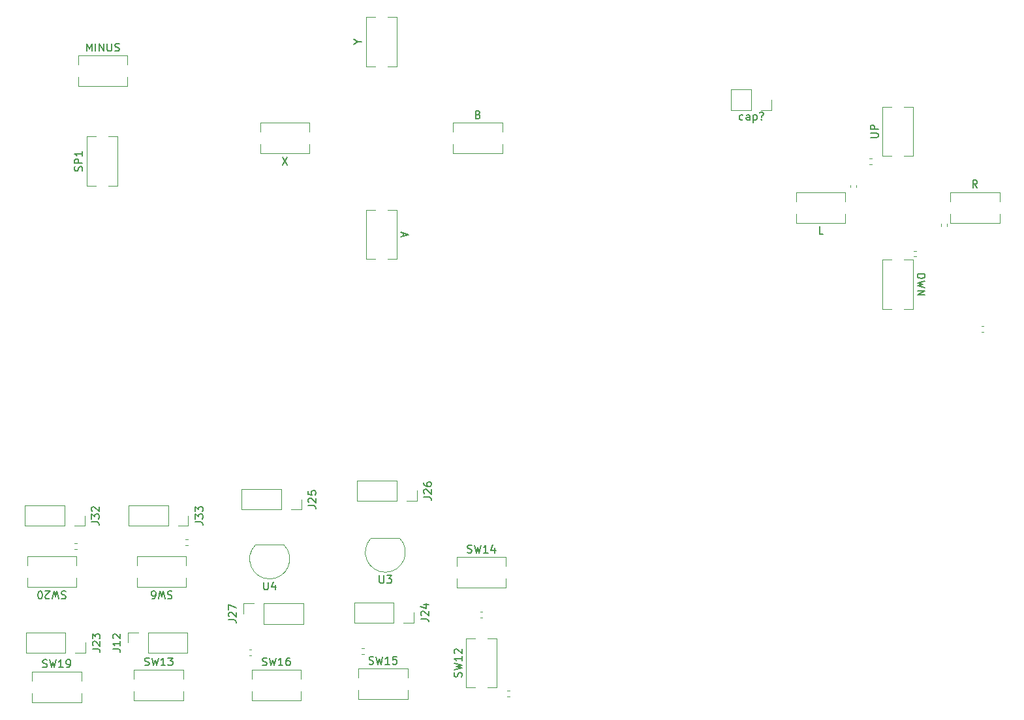
<source format=gbr>
%TF.GenerationSoftware,KiCad,Pcbnew,9.0.4*%
%TF.CreationDate,2026-01-28T15:51:58-05:00*%
%TF.ProjectId,contProto,636f6e74-5072-46f7-946f-2e6b69636164,rev?*%
%TF.SameCoordinates,Original*%
%TF.FileFunction,Legend,Top*%
%TF.FilePolarity,Positive*%
%FSLAX46Y46*%
G04 Gerber Fmt 4.6, Leading zero omitted, Abs format (unit mm)*
G04 Created by KiCad (PCBNEW 9.0.4) date 2026-01-28 15:51:58*
%MOMM*%
%LPD*%
G01*
G04 APERTURE LIST*
%ADD10C,0.150000*%
%ADD11C,0.120000*%
G04 APERTURE END LIST*
D10*
X116418331Y-41349808D02*
X116323093Y-41397427D01*
X116323093Y-41397427D02*
X116132617Y-41397427D01*
X116132617Y-41397427D02*
X116037379Y-41349808D01*
X116037379Y-41349808D02*
X115989760Y-41302188D01*
X115989760Y-41302188D02*
X115942141Y-41206950D01*
X115942141Y-41206950D02*
X115942141Y-40921236D01*
X115942141Y-40921236D02*
X115989760Y-40825998D01*
X115989760Y-40825998D02*
X116037379Y-40778379D01*
X116037379Y-40778379D02*
X116132617Y-40730760D01*
X116132617Y-40730760D02*
X116323093Y-40730760D01*
X116323093Y-40730760D02*
X116418331Y-40778379D01*
X117275474Y-41397427D02*
X117275474Y-40873617D01*
X117275474Y-40873617D02*
X117227855Y-40778379D01*
X117227855Y-40778379D02*
X117132617Y-40730760D01*
X117132617Y-40730760D02*
X116942141Y-40730760D01*
X116942141Y-40730760D02*
X116846903Y-40778379D01*
X117275474Y-41349808D02*
X117180236Y-41397427D01*
X117180236Y-41397427D02*
X116942141Y-41397427D01*
X116942141Y-41397427D02*
X116846903Y-41349808D01*
X116846903Y-41349808D02*
X116799284Y-41254569D01*
X116799284Y-41254569D02*
X116799284Y-41159331D01*
X116799284Y-41159331D02*
X116846903Y-41064093D01*
X116846903Y-41064093D02*
X116942141Y-41016474D01*
X116942141Y-41016474D02*
X117180236Y-41016474D01*
X117180236Y-41016474D02*
X117275474Y-40968855D01*
X117751665Y-40730760D02*
X117751665Y-41730760D01*
X117751665Y-40778379D02*
X117846903Y-40730760D01*
X117846903Y-40730760D02*
X118037379Y-40730760D01*
X118037379Y-40730760D02*
X118132617Y-40778379D01*
X118132617Y-40778379D02*
X118180236Y-40825998D01*
X118180236Y-40825998D02*
X118227855Y-40921236D01*
X118227855Y-40921236D02*
X118227855Y-41206950D01*
X118227855Y-41206950D02*
X118180236Y-41302188D01*
X118180236Y-41302188D02*
X118132617Y-41349808D01*
X118132617Y-41349808D02*
X118037379Y-41397427D01*
X118037379Y-41397427D02*
X117846903Y-41397427D01*
X117846903Y-41397427D02*
X117751665Y-41349808D01*
X118799284Y-41302188D02*
X118846903Y-41349808D01*
X118846903Y-41349808D02*
X118799284Y-41397427D01*
X118799284Y-41397427D02*
X118751665Y-41349808D01*
X118751665Y-41349808D02*
X118799284Y-41302188D01*
X118799284Y-41302188D02*
X118799284Y-41397427D01*
X118608808Y-40445046D02*
X118704046Y-40397427D01*
X118704046Y-40397427D02*
X118942141Y-40397427D01*
X118942141Y-40397427D02*
X119037379Y-40445046D01*
X119037379Y-40445046D02*
X119084998Y-40540284D01*
X119084998Y-40540284D02*
X119084998Y-40635522D01*
X119084998Y-40635522D02*
X119037379Y-40730760D01*
X119037379Y-40730760D02*
X118989760Y-40778379D01*
X118989760Y-40778379D02*
X118894522Y-40825998D01*
X118894522Y-40825998D02*
X118846903Y-40873617D01*
X118846903Y-40873617D02*
X118799284Y-40968855D01*
X118799284Y-40968855D02*
X118799284Y-41016474D01*
X146809523Y-50204819D02*
X146476190Y-49728628D01*
X146238095Y-50204819D02*
X146238095Y-49204819D01*
X146238095Y-49204819D02*
X146619047Y-49204819D01*
X146619047Y-49204819D02*
X146714285Y-49252438D01*
X146714285Y-49252438D02*
X146761904Y-49300057D01*
X146761904Y-49300057D02*
X146809523Y-49395295D01*
X146809523Y-49395295D02*
X146809523Y-49538152D01*
X146809523Y-49538152D02*
X146761904Y-49633390D01*
X146761904Y-49633390D02*
X146714285Y-49681009D01*
X146714285Y-49681009D02*
X146619047Y-49728628D01*
X146619047Y-49728628D02*
X146238095Y-49728628D01*
X132954819Y-43660713D02*
X133764342Y-43660713D01*
X133764342Y-43660713D02*
X133859580Y-43613094D01*
X133859580Y-43613094D02*
X133907200Y-43565475D01*
X133907200Y-43565475D02*
X133954819Y-43470237D01*
X133954819Y-43470237D02*
X133954819Y-43279761D01*
X133954819Y-43279761D02*
X133907200Y-43184523D01*
X133907200Y-43184523D02*
X133859580Y-43136904D01*
X133859580Y-43136904D02*
X133764342Y-43089285D01*
X133764342Y-43089285D02*
X132954819Y-43089285D01*
X133954819Y-42613094D02*
X132954819Y-42613094D01*
X132954819Y-42613094D02*
X132954819Y-42232142D01*
X132954819Y-42232142D02*
X133002438Y-42136904D01*
X133002438Y-42136904D02*
X133050057Y-42089285D01*
X133050057Y-42089285D02*
X133145295Y-42041666D01*
X133145295Y-42041666D02*
X133288152Y-42041666D01*
X133288152Y-42041666D02*
X133383390Y-42089285D01*
X133383390Y-42089285D02*
X133431009Y-42136904D01*
X133431009Y-42136904D02*
X133478628Y-42232142D01*
X133478628Y-42232142D02*
X133478628Y-42613094D01*
X139045180Y-61392857D02*
X140045180Y-61392857D01*
X140045180Y-61392857D02*
X140045180Y-61630952D01*
X140045180Y-61630952D02*
X139997561Y-61773809D01*
X139997561Y-61773809D02*
X139902323Y-61869047D01*
X139902323Y-61869047D02*
X139807085Y-61916666D01*
X139807085Y-61916666D02*
X139616609Y-61964285D01*
X139616609Y-61964285D02*
X139473752Y-61964285D01*
X139473752Y-61964285D02*
X139283276Y-61916666D01*
X139283276Y-61916666D02*
X139188038Y-61869047D01*
X139188038Y-61869047D02*
X139092800Y-61773809D01*
X139092800Y-61773809D02*
X139045180Y-61630952D01*
X139045180Y-61630952D02*
X139045180Y-61392857D01*
X140045180Y-62297619D02*
X139045180Y-62535714D01*
X139045180Y-62535714D02*
X139759466Y-62726190D01*
X139759466Y-62726190D02*
X139045180Y-62916666D01*
X139045180Y-62916666D02*
X140045180Y-63154762D01*
X139045180Y-63535714D02*
X140045180Y-63535714D01*
X140045180Y-63535714D02*
X139045180Y-64107142D01*
X139045180Y-64107142D02*
X140045180Y-64107142D01*
X126809523Y-56204819D02*
X126333333Y-56204819D01*
X126333333Y-56204819D02*
X126333333Y-55204819D01*
X31889819Y-93559523D02*
X32604104Y-93559523D01*
X32604104Y-93559523D02*
X32746961Y-93607142D01*
X32746961Y-93607142D02*
X32842200Y-93702380D01*
X32842200Y-93702380D02*
X32889819Y-93845237D01*
X32889819Y-93845237D02*
X32889819Y-93940475D01*
X31889819Y-93178570D02*
X31889819Y-92559523D01*
X31889819Y-92559523D02*
X32270771Y-92892856D01*
X32270771Y-92892856D02*
X32270771Y-92749999D01*
X32270771Y-92749999D02*
X32318390Y-92654761D01*
X32318390Y-92654761D02*
X32366009Y-92607142D01*
X32366009Y-92607142D02*
X32461247Y-92559523D01*
X32461247Y-92559523D02*
X32699342Y-92559523D01*
X32699342Y-92559523D02*
X32794580Y-92607142D01*
X32794580Y-92607142D02*
X32842200Y-92654761D01*
X32842200Y-92654761D02*
X32889819Y-92749999D01*
X32889819Y-92749999D02*
X32889819Y-93035713D01*
X32889819Y-93035713D02*
X32842200Y-93130951D01*
X32842200Y-93130951D02*
X32794580Y-93178570D01*
X31985057Y-92178570D02*
X31937438Y-92130951D01*
X31937438Y-92130951D02*
X31889819Y-92035713D01*
X31889819Y-92035713D02*
X31889819Y-91797618D01*
X31889819Y-91797618D02*
X31937438Y-91702380D01*
X31937438Y-91702380D02*
X31985057Y-91654761D01*
X31985057Y-91654761D02*
X32080295Y-91607142D01*
X32080295Y-91607142D02*
X32175533Y-91607142D01*
X32175533Y-91607142D02*
X32318390Y-91654761D01*
X32318390Y-91654761D02*
X32889819Y-92226189D01*
X32889819Y-92226189D02*
X32889819Y-91607142D01*
X72320895Y-56016905D02*
X72320895Y-56493095D01*
X72035180Y-55921667D02*
X73035180Y-56255000D01*
X73035180Y-56255000D02*
X72035180Y-56588333D01*
X74614819Y-106159523D02*
X75329104Y-106159523D01*
X75329104Y-106159523D02*
X75471961Y-106207142D01*
X75471961Y-106207142D02*
X75567200Y-106302380D01*
X75567200Y-106302380D02*
X75614819Y-106445237D01*
X75614819Y-106445237D02*
X75614819Y-106540475D01*
X74710057Y-105730951D02*
X74662438Y-105683332D01*
X74662438Y-105683332D02*
X74614819Y-105588094D01*
X74614819Y-105588094D02*
X74614819Y-105349999D01*
X74614819Y-105349999D02*
X74662438Y-105254761D01*
X74662438Y-105254761D02*
X74710057Y-105207142D01*
X74710057Y-105207142D02*
X74805295Y-105159523D01*
X74805295Y-105159523D02*
X74900533Y-105159523D01*
X74900533Y-105159523D02*
X75043390Y-105207142D01*
X75043390Y-105207142D02*
X75614819Y-105778570D01*
X75614819Y-105778570D02*
X75614819Y-105159523D01*
X74948152Y-104302380D02*
X75614819Y-104302380D01*
X74567200Y-104540475D02*
X75281485Y-104778570D01*
X75281485Y-104778570D02*
X75281485Y-104159523D01*
X66468628Y-31249999D02*
X66944819Y-31249999D01*
X65944819Y-31583332D02*
X66468628Y-31249999D01*
X66468628Y-31249999D02*
X65944819Y-30916666D01*
X69258095Y-100514819D02*
X69258095Y-101324342D01*
X69258095Y-101324342D02*
X69305714Y-101419580D01*
X69305714Y-101419580D02*
X69353333Y-101467200D01*
X69353333Y-101467200D02*
X69448571Y-101514819D01*
X69448571Y-101514819D02*
X69639047Y-101514819D01*
X69639047Y-101514819D02*
X69734285Y-101467200D01*
X69734285Y-101467200D02*
X69781904Y-101419580D01*
X69781904Y-101419580D02*
X69829523Y-101324342D01*
X69829523Y-101324342D02*
X69829523Y-100514819D01*
X70210476Y-100514819D02*
X70829523Y-100514819D01*
X70829523Y-100514819D02*
X70496190Y-100895771D01*
X70496190Y-100895771D02*
X70639047Y-100895771D01*
X70639047Y-100895771D02*
X70734285Y-100943390D01*
X70734285Y-100943390D02*
X70781904Y-100991009D01*
X70781904Y-100991009D02*
X70829523Y-101086247D01*
X70829523Y-101086247D02*
X70829523Y-101324342D01*
X70829523Y-101324342D02*
X70781904Y-101419580D01*
X70781904Y-101419580D02*
X70734285Y-101467200D01*
X70734285Y-101467200D02*
X70639047Y-101514819D01*
X70639047Y-101514819D02*
X70353333Y-101514819D01*
X70353333Y-101514819D02*
X70258095Y-101467200D01*
X70258095Y-101467200D02*
X70210476Y-101419580D01*
X82063928Y-40683509D02*
X82206785Y-40731128D01*
X82206785Y-40731128D02*
X82254404Y-40778747D01*
X82254404Y-40778747D02*
X82302023Y-40873985D01*
X82302023Y-40873985D02*
X82302023Y-41016842D01*
X82302023Y-41016842D02*
X82254404Y-41112080D01*
X82254404Y-41112080D02*
X82206785Y-41159700D01*
X82206785Y-41159700D02*
X82111547Y-41207319D01*
X82111547Y-41207319D02*
X81730595Y-41207319D01*
X81730595Y-41207319D02*
X81730595Y-40207319D01*
X81730595Y-40207319D02*
X82063928Y-40207319D01*
X82063928Y-40207319D02*
X82159166Y-40254938D01*
X82159166Y-40254938D02*
X82206785Y-40302557D01*
X82206785Y-40302557D02*
X82254404Y-40397795D01*
X82254404Y-40397795D02*
X82254404Y-40493033D01*
X82254404Y-40493033D02*
X82206785Y-40588271D01*
X82206785Y-40588271D02*
X82159166Y-40635890D01*
X82159166Y-40635890D02*
X82063928Y-40683509D01*
X82063928Y-40683509D02*
X81730595Y-40683509D01*
X25565476Y-112407200D02*
X25708333Y-112454819D01*
X25708333Y-112454819D02*
X25946428Y-112454819D01*
X25946428Y-112454819D02*
X26041666Y-112407200D01*
X26041666Y-112407200D02*
X26089285Y-112359580D01*
X26089285Y-112359580D02*
X26136904Y-112264342D01*
X26136904Y-112264342D02*
X26136904Y-112169104D01*
X26136904Y-112169104D02*
X26089285Y-112073866D01*
X26089285Y-112073866D02*
X26041666Y-112026247D01*
X26041666Y-112026247D02*
X25946428Y-111978628D01*
X25946428Y-111978628D02*
X25755952Y-111931009D01*
X25755952Y-111931009D02*
X25660714Y-111883390D01*
X25660714Y-111883390D02*
X25613095Y-111835771D01*
X25613095Y-111835771D02*
X25565476Y-111740533D01*
X25565476Y-111740533D02*
X25565476Y-111645295D01*
X25565476Y-111645295D02*
X25613095Y-111550057D01*
X25613095Y-111550057D02*
X25660714Y-111502438D01*
X25660714Y-111502438D02*
X25755952Y-111454819D01*
X25755952Y-111454819D02*
X25994047Y-111454819D01*
X25994047Y-111454819D02*
X26136904Y-111502438D01*
X26470238Y-111454819D02*
X26708333Y-112454819D01*
X26708333Y-112454819D02*
X26898809Y-111740533D01*
X26898809Y-111740533D02*
X27089285Y-112454819D01*
X27089285Y-112454819D02*
X27327381Y-111454819D01*
X28232142Y-112454819D02*
X27660714Y-112454819D01*
X27946428Y-112454819D02*
X27946428Y-111454819D01*
X27946428Y-111454819D02*
X27851190Y-111597676D01*
X27851190Y-111597676D02*
X27755952Y-111692914D01*
X27755952Y-111692914D02*
X27660714Y-111740533D01*
X28708333Y-112454819D02*
X28898809Y-112454819D01*
X28898809Y-112454819D02*
X28994047Y-112407200D01*
X28994047Y-112407200D02*
X29041666Y-112359580D01*
X29041666Y-112359580D02*
X29136904Y-112216723D01*
X29136904Y-112216723D02*
X29184523Y-112026247D01*
X29184523Y-112026247D02*
X29184523Y-111645295D01*
X29184523Y-111645295D02*
X29136904Y-111550057D01*
X29136904Y-111550057D02*
X29089285Y-111502438D01*
X29089285Y-111502438D02*
X28994047Y-111454819D01*
X28994047Y-111454819D02*
X28803571Y-111454819D01*
X28803571Y-111454819D02*
X28708333Y-111502438D01*
X28708333Y-111502438D02*
X28660714Y-111550057D01*
X28660714Y-111550057D02*
X28613095Y-111645295D01*
X28613095Y-111645295D02*
X28613095Y-111883390D01*
X28613095Y-111883390D02*
X28660714Y-111978628D01*
X28660714Y-111978628D02*
X28708333Y-112026247D01*
X28708333Y-112026247D02*
X28803571Y-112073866D01*
X28803571Y-112073866D02*
X28994047Y-112073866D01*
X28994047Y-112073866D02*
X29089285Y-112026247D01*
X29089285Y-112026247D02*
X29136904Y-111978628D01*
X29136904Y-111978628D02*
X29184523Y-111883390D01*
X49659819Y-106284523D02*
X50374104Y-106284523D01*
X50374104Y-106284523D02*
X50516961Y-106332142D01*
X50516961Y-106332142D02*
X50612200Y-106427380D01*
X50612200Y-106427380D02*
X50659819Y-106570237D01*
X50659819Y-106570237D02*
X50659819Y-106665475D01*
X49755057Y-105855951D02*
X49707438Y-105808332D01*
X49707438Y-105808332D02*
X49659819Y-105713094D01*
X49659819Y-105713094D02*
X49659819Y-105474999D01*
X49659819Y-105474999D02*
X49707438Y-105379761D01*
X49707438Y-105379761D02*
X49755057Y-105332142D01*
X49755057Y-105332142D02*
X49850295Y-105284523D01*
X49850295Y-105284523D02*
X49945533Y-105284523D01*
X49945533Y-105284523D02*
X50088390Y-105332142D01*
X50088390Y-105332142D02*
X50659819Y-105903570D01*
X50659819Y-105903570D02*
X50659819Y-105284523D01*
X49659819Y-104951189D02*
X49659819Y-104284523D01*
X49659819Y-104284523D02*
X50659819Y-104713094D01*
X79887200Y-113679523D02*
X79934819Y-113536666D01*
X79934819Y-113536666D02*
X79934819Y-113298571D01*
X79934819Y-113298571D02*
X79887200Y-113203333D01*
X79887200Y-113203333D02*
X79839580Y-113155714D01*
X79839580Y-113155714D02*
X79744342Y-113108095D01*
X79744342Y-113108095D02*
X79649104Y-113108095D01*
X79649104Y-113108095D02*
X79553866Y-113155714D01*
X79553866Y-113155714D02*
X79506247Y-113203333D01*
X79506247Y-113203333D02*
X79458628Y-113298571D01*
X79458628Y-113298571D02*
X79411009Y-113489047D01*
X79411009Y-113489047D02*
X79363390Y-113584285D01*
X79363390Y-113584285D02*
X79315771Y-113631904D01*
X79315771Y-113631904D02*
X79220533Y-113679523D01*
X79220533Y-113679523D02*
X79125295Y-113679523D01*
X79125295Y-113679523D02*
X79030057Y-113631904D01*
X79030057Y-113631904D02*
X78982438Y-113584285D01*
X78982438Y-113584285D02*
X78934819Y-113489047D01*
X78934819Y-113489047D02*
X78934819Y-113250952D01*
X78934819Y-113250952D02*
X78982438Y-113108095D01*
X78934819Y-112774761D02*
X79934819Y-112536666D01*
X79934819Y-112536666D02*
X79220533Y-112346190D01*
X79220533Y-112346190D02*
X79934819Y-112155714D01*
X79934819Y-112155714D02*
X78934819Y-111917619D01*
X79934819Y-111012857D02*
X79934819Y-111584285D01*
X79934819Y-111298571D02*
X78934819Y-111298571D01*
X78934819Y-111298571D02*
X79077676Y-111393809D01*
X79077676Y-111393809D02*
X79172914Y-111489047D01*
X79172914Y-111489047D02*
X79220533Y-111584285D01*
X79030057Y-110631904D02*
X78982438Y-110584285D01*
X78982438Y-110584285D02*
X78934819Y-110489047D01*
X78934819Y-110489047D02*
X78934819Y-110250952D01*
X78934819Y-110250952D02*
X78982438Y-110155714D01*
X78982438Y-110155714D02*
X79030057Y-110108095D01*
X79030057Y-110108095D02*
X79125295Y-110060476D01*
X79125295Y-110060476D02*
X79220533Y-110060476D01*
X79220533Y-110060476D02*
X79363390Y-110108095D01*
X79363390Y-110108095D02*
X79934819Y-110679523D01*
X79934819Y-110679523D02*
X79934819Y-110060476D01*
X74999819Y-90334523D02*
X75714104Y-90334523D01*
X75714104Y-90334523D02*
X75856961Y-90382142D01*
X75856961Y-90382142D02*
X75952200Y-90477380D01*
X75952200Y-90477380D02*
X75999819Y-90620237D01*
X75999819Y-90620237D02*
X75999819Y-90715475D01*
X75095057Y-89905951D02*
X75047438Y-89858332D01*
X75047438Y-89858332D02*
X74999819Y-89763094D01*
X74999819Y-89763094D02*
X74999819Y-89524999D01*
X74999819Y-89524999D02*
X75047438Y-89429761D01*
X75047438Y-89429761D02*
X75095057Y-89382142D01*
X75095057Y-89382142D02*
X75190295Y-89334523D01*
X75190295Y-89334523D02*
X75285533Y-89334523D01*
X75285533Y-89334523D02*
X75428390Y-89382142D01*
X75428390Y-89382142D02*
X75999819Y-89953570D01*
X75999819Y-89953570D02*
X75999819Y-89334523D01*
X74999819Y-88477380D02*
X74999819Y-88667856D01*
X74999819Y-88667856D02*
X75047438Y-88763094D01*
X75047438Y-88763094D02*
X75095057Y-88810713D01*
X75095057Y-88810713D02*
X75237914Y-88905951D01*
X75237914Y-88905951D02*
X75428390Y-88953570D01*
X75428390Y-88953570D02*
X75809342Y-88953570D01*
X75809342Y-88953570D02*
X75904580Y-88905951D01*
X75904580Y-88905951D02*
X75952200Y-88858332D01*
X75952200Y-88858332D02*
X75999819Y-88763094D01*
X75999819Y-88763094D02*
X75999819Y-88572618D01*
X75999819Y-88572618D02*
X75952200Y-88477380D01*
X75952200Y-88477380D02*
X75904580Y-88429761D01*
X75904580Y-88429761D02*
X75809342Y-88382142D01*
X75809342Y-88382142D02*
X75571247Y-88382142D01*
X75571247Y-88382142D02*
X75476009Y-88429761D01*
X75476009Y-88429761D02*
X75428390Y-88477380D01*
X75428390Y-88477380D02*
X75380771Y-88572618D01*
X75380771Y-88572618D02*
X75380771Y-88763094D01*
X75380771Y-88763094D02*
X75428390Y-88858332D01*
X75428390Y-88858332D02*
X75476009Y-88905951D01*
X75476009Y-88905951D02*
X75571247Y-88953570D01*
X42333332Y-102592800D02*
X42190475Y-102545180D01*
X42190475Y-102545180D02*
X41952380Y-102545180D01*
X41952380Y-102545180D02*
X41857142Y-102592800D01*
X41857142Y-102592800D02*
X41809523Y-102640419D01*
X41809523Y-102640419D02*
X41761904Y-102735657D01*
X41761904Y-102735657D02*
X41761904Y-102830895D01*
X41761904Y-102830895D02*
X41809523Y-102926133D01*
X41809523Y-102926133D02*
X41857142Y-102973752D01*
X41857142Y-102973752D02*
X41952380Y-103021371D01*
X41952380Y-103021371D02*
X42142856Y-103068990D01*
X42142856Y-103068990D02*
X42238094Y-103116609D01*
X42238094Y-103116609D02*
X42285713Y-103164228D01*
X42285713Y-103164228D02*
X42333332Y-103259466D01*
X42333332Y-103259466D02*
X42333332Y-103354704D01*
X42333332Y-103354704D02*
X42285713Y-103449942D01*
X42285713Y-103449942D02*
X42238094Y-103497561D01*
X42238094Y-103497561D02*
X42142856Y-103545180D01*
X42142856Y-103545180D02*
X41904761Y-103545180D01*
X41904761Y-103545180D02*
X41761904Y-103497561D01*
X41428570Y-103545180D02*
X41190475Y-102545180D01*
X41190475Y-102545180D02*
X40999999Y-103259466D01*
X40999999Y-103259466D02*
X40809523Y-102545180D01*
X40809523Y-102545180D02*
X40571428Y-103545180D01*
X39761904Y-103545180D02*
X39952380Y-103545180D01*
X39952380Y-103545180D02*
X40047618Y-103497561D01*
X40047618Y-103497561D02*
X40095237Y-103449942D01*
X40095237Y-103449942D02*
X40190475Y-103307085D01*
X40190475Y-103307085D02*
X40238094Y-103116609D01*
X40238094Y-103116609D02*
X40238094Y-102735657D01*
X40238094Y-102735657D02*
X40190475Y-102640419D01*
X40190475Y-102640419D02*
X40142856Y-102592800D01*
X40142856Y-102592800D02*
X40047618Y-102545180D01*
X40047618Y-102545180D02*
X39857142Y-102545180D01*
X39857142Y-102545180D02*
X39761904Y-102592800D01*
X39761904Y-102592800D02*
X39714285Y-102640419D01*
X39714285Y-102640419D02*
X39666666Y-102735657D01*
X39666666Y-102735657D02*
X39666666Y-102973752D01*
X39666666Y-102973752D02*
X39714285Y-103068990D01*
X39714285Y-103068990D02*
X39761904Y-103116609D01*
X39761904Y-103116609D02*
X39857142Y-103164228D01*
X39857142Y-103164228D02*
X40047618Y-103164228D01*
X40047618Y-103164228D02*
X40142856Y-103116609D01*
X40142856Y-103116609D02*
X40190475Y-103068990D01*
X40190475Y-103068990D02*
X40238094Y-102973752D01*
X54258095Y-101389819D02*
X54258095Y-102199342D01*
X54258095Y-102199342D02*
X54305714Y-102294580D01*
X54305714Y-102294580D02*
X54353333Y-102342200D01*
X54353333Y-102342200D02*
X54448571Y-102389819D01*
X54448571Y-102389819D02*
X54639047Y-102389819D01*
X54639047Y-102389819D02*
X54734285Y-102342200D01*
X54734285Y-102342200D02*
X54781904Y-102294580D01*
X54781904Y-102294580D02*
X54829523Y-102199342D01*
X54829523Y-102199342D02*
X54829523Y-101389819D01*
X55734285Y-101723152D02*
X55734285Y-102389819D01*
X55496190Y-101342200D02*
X55258095Y-102056485D01*
X55258095Y-102056485D02*
X55877142Y-102056485D01*
X45349819Y-93559523D02*
X46064104Y-93559523D01*
X46064104Y-93559523D02*
X46206961Y-93607142D01*
X46206961Y-93607142D02*
X46302200Y-93702380D01*
X46302200Y-93702380D02*
X46349819Y-93845237D01*
X46349819Y-93845237D02*
X46349819Y-93940475D01*
X45349819Y-93178570D02*
X45349819Y-92559523D01*
X45349819Y-92559523D02*
X45730771Y-92892856D01*
X45730771Y-92892856D02*
X45730771Y-92749999D01*
X45730771Y-92749999D02*
X45778390Y-92654761D01*
X45778390Y-92654761D02*
X45826009Y-92607142D01*
X45826009Y-92607142D02*
X45921247Y-92559523D01*
X45921247Y-92559523D02*
X46159342Y-92559523D01*
X46159342Y-92559523D02*
X46254580Y-92607142D01*
X46254580Y-92607142D02*
X46302200Y-92654761D01*
X46302200Y-92654761D02*
X46349819Y-92749999D01*
X46349819Y-92749999D02*
X46349819Y-93035713D01*
X46349819Y-93035713D02*
X46302200Y-93130951D01*
X46302200Y-93130951D02*
X46254580Y-93178570D01*
X45349819Y-92226189D02*
X45349819Y-91607142D01*
X45349819Y-91607142D02*
X45730771Y-91940475D01*
X45730771Y-91940475D02*
X45730771Y-91797618D01*
X45730771Y-91797618D02*
X45778390Y-91702380D01*
X45778390Y-91702380D02*
X45826009Y-91654761D01*
X45826009Y-91654761D02*
X45921247Y-91607142D01*
X45921247Y-91607142D02*
X46159342Y-91607142D01*
X46159342Y-91607142D02*
X46254580Y-91654761D01*
X46254580Y-91654761D02*
X46302200Y-91702380D01*
X46302200Y-91702380D02*
X46349819Y-91797618D01*
X46349819Y-91797618D02*
X46349819Y-92083332D01*
X46349819Y-92083332D02*
X46302200Y-92178570D01*
X46302200Y-92178570D02*
X46254580Y-92226189D01*
X67915476Y-112007200D02*
X68058333Y-112054819D01*
X68058333Y-112054819D02*
X68296428Y-112054819D01*
X68296428Y-112054819D02*
X68391666Y-112007200D01*
X68391666Y-112007200D02*
X68439285Y-111959580D01*
X68439285Y-111959580D02*
X68486904Y-111864342D01*
X68486904Y-111864342D02*
X68486904Y-111769104D01*
X68486904Y-111769104D02*
X68439285Y-111673866D01*
X68439285Y-111673866D02*
X68391666Y-111626247D01*
X68391666Y-111626247D02*
X68296428Y-111578628D01*
X68296428Y-111578628D02*
X68105952Y-111531009D01*
X68105952Y-111531009D02*
X68010714Y-111483390D01*
X68010714Y-111483390D02*
X67963095Y-111435771D01*
X67963095Y-111435771D02*
X67915476Y-111340533D01*
X67915476Y-111340533D02*
X67915476Y-111245295D01*
X67915476Y-111245295D02*
X67963095Y-111150057D01*
X67963095Y-111150057D02*
X68010714Y-111102438D01*
X68010714Y-111102438D02*
X68105952Y-111054819D01*
X68105952Y-111054819D02*
X68344047Y-111054819D01*
X68344047Y-111054819D02*
X68486904Y-111102438D01*
X68820238Y-111054819D02*
X69058333Y-112054819D01*
X69058333Y-112054819D02*
X69248809Y-111340533D01*
X69248809Y-111340533D02*
X69439285Y-112054819D01*
X69439285Y-112054819D02*
X69677381Y-111054819D01*
X70582142Y-112054819D02*
X70010714Y-112054819D01*
X70296428Y-112054819D02*
X70296428Y-111054819D01*
X70296428Y-111054819D02*
X70201190Y-111197676D01*
X70201190Y-111197676D02*
X70105952Y-111292914D01*
X70105952Y-111292914D02*
X70010714Y-111340533D01*
X71486904Y-111054819D02*
X71010714Y-111054819D01*
X71010714Y-111054819D02*
X70963095Y-111531009D01*
X70963095Y-111531009D02*
X71010714Y-111483390D01*
X71010714Y-111483390D02*
X71105952Y-111435771D01*
X71105952Y-111435771D02*
X71344047Y-111435771D01*
X71344047Y-111435771D02*
X71439285Y-111483390D01*
X71439285Y-111483390D02*
X71486904Y-111531009D01*
X71486904Y-111531009D02*
X71534523Y-111626247D01*
X71534523Y-111626247D02*
X71534523Y-111864342D01*
X71534523Y-111864342D02*
X71486904Y-111959580D01*
X71486904Y-111959580D02*
X71439285Y-112007200D01*
X71439285Y-112007200D02*
X71344047Y-112054819D01*
X71344047Y-112054819D02*
X71105952Y-112054819D01*
X71105952Y-112054819D02*
X71010714Y-112007200D01*
X71010714Y-112007200D02*
X70963095Y-111959580D01*
X80670476Y-97527200D02*
X80813333Y-97574819D01*
X80813333Y-97574819D02*
X81051428Y-97574819D01*
X81051428Y-97574819D02*
X81146666Y-97527200D01*
X81146666Y-97527200D02*
X81194285Y-97479580D01*
X81194285Y-97479580D02*
X81241904Y-97384342D01*
X81241904Y-97384342D02*
X81241904Y-97289104D01*
X81241904Y-97289104D02*
X81194285Y-97193866D01*
X81194285Y-97193866D02*
X81146666Y-97146247D01*
X81146666Y-97146247D02*
X81051428Y-97098628D01*
X81051428Y-97098628D02*
X80860952Y-97051009D01*
X80860952Y-97051009D02*
X80765714Y-97003390D01*
X80765714Y-97003390D02*
X80718095Y-96955771D01*
X80718095Y-96955771D02*
X80670476Y-96860533D01*
X80670476Y-96860533D02*
X80670476Y-96765295D01*
X80670476Y-96765295D02*
X80718095Y-96670057D01*
X80718095Y-96670057D02*
X80765714Y-96622438D01*
X80765714Y-96622438D02*
X80860952Y-96574819D01*
X80860952Y-96574819D02*
X81099047Y-96574819D01*
X81099047Y-96574819D02*
X81241904Y-96622438D01*
X81575238Y-96574819D02*
X81813333Y-97574819D01*
X81813333Y-97574819D02*
X82003809Y-96860533D01*
X82003809Y-96860533D02*
X82194285Y-97574819D01*
X82194285Y-97574819D02*
X82432381Y-96574819D01*
X83337142Y-97574819D02*
X82765714Y-97574819D01*
X83051428Y-97574819D02*
X83051428Y-96574819D01*
X83051428Y-96574819D02*
X82956190Y-96717676D01*
X82956190Y-96717676D02*
X82860952Y-96812914D01*
X82860952Y-96812914D02*
X82765714Y-96860533D01*
X84194285Y-96908152D02*
X84194285Y-97574819D01*
X83956190Y-96527200D02*
X83718095Y-97241485D01*
X83718095Y-97241485D02*
X84337142Y-97241485D01*
X32014819Y-110059523D02*
X32729104Y-110059523D01*
X32729104Y-110059523D02*
X32871961Y-110107142D01*
X32871961Y-110107142D02*
X32967200Y-110202380D01*
X32967200Y-110202380D02*
X33014819Y-110345237D01*
X33014819Y-110345237D02*
X33014819Y-110440475D01*
X32110057Y-109630951D02*
X32062438Y-109583332D01*
X32062438Y-109583332D02*
X32014819Y-109488094D01*
X32014819Y-109488094D02*
X32014819Y-109249999D01*
X32014819Y-109249999D02*
X32062438Y-109154761D01*
X32062438Y-109154761D02*
X32110057Y-109107142D01*
X32110057Y-109107142D02*
X32205295Y-109059523D01*
X32205295Y-109059523D02*
X32300533Y-109059523D01*
X32300533Y-109059523D02*
X32443390Y-109107142D01*
X32443390Y-109107142D02*
X33014819Y-109678570D01*
X33014819Y-109678570D02*
X33014819Y-109059523D01*
X32014819Y-108726189D02*
X32014819Y-108107142D01*
X32014819Y-108107142D02*
X32395771Y-108440475D01*
X32395771Y-108440475D02*
X32395771Y-108297618D01*
X32395771Y-108297618D02*
X32443390Y-108202380D01*
X32443390Y-108202380D02*
X32491009Y-108154761D01*
X32491009Y-108154761D02*
X32586247Y-108107142D01*
X32586247Y-108107142D02*
X32824342Y-108107142D01*
X32824342Y-108107142D02*
X32919580Y-108154761D01*
X32919580Y-108154761D02*
X32967200Y-108202380D01*
X32967200Y-108202380D02*
X33014819Y-108297618D01*
X33014819Y-108297618D02*
X33014819Y-108583332D01*
X33014819Y-108583332D02*
X32967200Y-108678570D01*
X32967200Y-108678570D02*
X32919580Y-108726189D01*
X34644819Y-110059523D02*
X35359104Y-110059523D01*
X35359104Y-110059523D02*
X35501961Y-110107142D01*
X35501961Y-110107142D02*
X35597200Y-110202380D01*
X35597200Y-110202380D02*
X35644819Y-110345237D01*
X35644819Y-110345237D02*
X35644819Y-110440475D01*
X35644819Y-109059523D02*
X35644819Y-109630951D01*
X35644819Y-109345237D02*
X34644819Y-109345237D01*
X34644819Y-109345237D02*
X34787676Y-109440475D01*
X34787676Y-109440475D02*
X34882914Y-109535713D01*
X34882914Y-109535713D02*
X34930533Y-109630951D01*
X34740057Y-108678570D02*
X34692438Y-108630951D01*
X34692438Y-108630951D02*
X34644819Y-108535713D01*
X34644819Y-108535713D02*
X34644819Y-108297618D01*
X34644819Y-108297618D02*
X34692438Y-108202380D01*
X34692438Y-108202380D02*
X34740057Y-108154761D01*
X34740057Y-108154761D02*
X34835295Y-108107142D01*
X34835295Y-108107142D02*
X34930533Y-108107142D01*
X34930533Y-108107142D02*
X35073390Y-108154761D01*
X35073390Y-108154761D02*
X35644819Y-108726189D01*
X35644819Y-108726189D02*
X35644819Y-108107142D01*
X30657200Y-48011904D02*
X30704819Y-47869047D01*
X30704819Y-47869047D02*
X30704819Y-47630952D01*
X30704819Y-47630952D02*
X30657200Y-47535714D01*
X30657200Y-47535714D02*
X30609580Y-47488095D01*
X30609580Y-47488095D02*
X30514342Y-47440476D01*
X30514342Y-47440476D02*
X30419104Y-47440476D01*
X30419104Y-47440476D02*
X30323866Y-47488095D01*
X30323866Y-47488095D02*
X30276247Y-47535714D01*
X30276247Y-47535714D02*
X30228628Y-47630952D01*
X30228628Y-47630952D02*
X30181009Y-47821428D01*
X30181009Y-47821428D02*
X30133390Y-47916666D01*
X30133390Y-47916666D02*
X30085771Y-47964285D01*
X30085771Y-47964285D02*
X29990533Y-48011904D01*
X29990533Y-48011904D02*
X29895295Y-48011904D01*
X29895295Y-48011904D02*
X29800057Y-47964285D01*
X29800057Y-47964285D02*
X29752438Y-47916666D01*
X29752438Y-47916666D02*
X29704819Y-47821428D01*
X29704819Y-47821428D02*
X29704819Y-47583333D01*
X29704819Y-47583333D02*
X29752438Y-47440476D01*
X30704819Y-47011904D02*
X29704819Y-47011904D01*
X29704819Y-47011904D02*
X29704819Y-46630952D01*
X29704819Y-46630952D02*
X29752438Y-46535714D01*
X29752438Y-46535714D02*
X29800057Y-46488095D01*
X29800057Y-46488095D02*
X29895295Y-46440476D01*
X29895295Y-46440476D02*
X30038152Y-46440476D01*
X30038152Y-46440476D02*
X30133390Y-46488095D01*
X30133390Y-46488095D02*
X30181009Y-46535714D01*
X30181009Y-46535714D02*
X30228628Y-46630952D01*
X30228628Y-46630952D02*
X30228628Y-47011904D01*
X30704819Y-45488095D02*
X30704819Y-46059523D01*
X30704819Y-45773809D02*
X29704819Y-45773809D01*
X29704819Y-45773809D02*
X29847676Y-45869047D01*
X29847676Y-45869047D02*
X29942914Y-45964285D01*
X29942914Y-45964285D02*
X29990533Y-46059523D01*
X31279762Y-32454819D02*
X31279762Y-31454819D01*
X31279762Y-31454819D02*
X31613095Y-32169104D01*
X31613095Y-32169104D02*
X31946428Y-31454819D01*
X31946428Y-31454819D02*
X31946428Y-32454819D01*
X32422619Y-32454819D02*
X32422619Y-31454819D01*
X32898809Y-32454819D02*
X32898809Y-31454819D01*
X32898809Y-31454819D02*
X33470237Y-32454819D01*
X33470237Y-32454819D02*
X33470237Y-31454819D01*
X33946428Y-31454819D02*
X33946428Y-32264342D01*
X33946428Y-32264342D02*
X33994047Y-32359580D01*
X33994047Y-32359580D02*
X34041666Y-32407200D01*
X34041666Y-32407200D02*
X34136904Y-32454819D01*
X34136904Y-32454819D02*
X34327380Y-32454819D01*
X34327380Y-32454819D02*
X34422618Y-32407200D01*
X34422618Y-32407200D02*
X34470237Y-32359580D01*
X34470237Y-32359580D02*
X34517856Y-32264342D01*
X34517856Y-32264342D02*
X34517856Y-31454819D01*
X34946428Y-32407200D02*
X35089285Y-32454819D01*
X35089285Y-32454819D02*
X35327380Y-32454819D01*
X35327380Y-32454819D02*
X35422618Y-32407200D01*
X35422618Y-32407200D02*
X35470237Y-32359580D01*
X35470237Y-32359580D02*
X35517856Y-32264342D01*
X35517856Y-32264342D02*
X35517856Y-32169104D01*
X35517856Y-32169104D02*
X35470237Y-32073866D01*
X35470237Y-32073866D02*
X35422618Y-32026247D01*
X35422618Y-32026247D02*
X35327380Y-31978628D01*
X35327380Y-31978628D02*
X35136904Y-31931009D01*
X35136904Y-31931009D02*
X35041666Y-31883390D01*
X35041666Y-31883390D02*
X34994047Y-31835771D01*
X34994047Y-31835771D02*
X34946428Y-31740533D01*
X34946428Y-31740533D02*
X34946428Y-31645295D01*
X34946428Y-31645295D02*
X34994047Y-31550057D01*
X34994047Y-31550057D02*
X35041666Y-31502438D01*
X35041666Y-31502438D02*
X35136904Y-31454819D01*
X35136904Y-31454819D02*
X35374999Y-31454819D01*
X35374999Y-31454819D02*
X35517856Y-31502438D01*
X28559523Y-102592800D02*
X28416666Y-102545180D01*
X28416666Y-102545180D02*
X28178571Y-102545180D01*
X28178571Y-102545180D02*
X28083333Y-102592800D01*
X28083333Y-102592800D02*
X28035714Y-102640419D01*
X28035714Y-102640419D02*
X27988095Y-102735657D01*
X27988095Y-102735657D02*
X27988095Y-102830895D01*
X27988095Y-102830895D02*
X28035714Y-102926133D01*
X28035714Y-102926133D02*
X28083333Y-102973752D01*
X28083333Y-102973752D02*
X28178571Y-103021371D01*
X28178571Y-103021371D02*
X28369047Y-103068990D01*
X28369047Y-103068990D02*
X28464285Y-103116609D01*
X28464285Y-103116609D02*
X28511904Y-103164228D01*
X28511904Y-103164228D02*
X28559523Y-103259466D01*
X28559523Y-103259466D02*
X28559523Y-103354704D01*
X28559523Y-103354704D02*
X28511904Y-103449942D01*
X28511904Y-103449942D02*
X28464285Y-103497561D01*
X28464285Y-103497561D02*
X28369047Y-103545180D01*
X28369047Y-103545180D02*
X28130952Y-103545180D01*
X28130952Y-103545180D02*
X27988095Y-103497561D01*
X27654761Y-103545180D02*
X27416666Y-102545180D01*
X27416666Y-102545180D02*
X27226190Y-103259466D01*
X27226190Y-103259466D02*
X27035714Y-102545180D01*
X27035714Y-102545180D02*
X26797619Y-103545180D01*
X26464285Y-103449942D02*
X26416666Y-103497561D01*
X26416666Y-103497561D02*
X26321428Y-103545180D01*
X26321428Y-103545180D02*
X26083333Y-103545180D01*
X26083333Y-103545180D02*
X25988095Y-103497561D01*
X25988095Y-103497561D02*
X25940476Y-103449942D01*
X25940476Y-103449942D02*
X25892857Y-103354704D01*
X25892857Y-103354704D02*
X25892857Y-103259466D01*
X25892857Y-103259466D02*
X25940476Y-103116609D01*
X25940476Y-103116609D02*
X26511904Y-102545180D01*
X26511904Y-102545180D02*
X25892857Y-102545180D01*
X25273809Y-103545180D02*
X25178571Y-103545180D01*
X25178571Y-103545180D02*
X25083333Y-103497561D01*
X25083333Y-103497561D02*
X25035714Y-103449942D01*
X25035714Y-103449942D02*
X24988095Y-103354704D01*
X24988095Y-103354704D02*
X24940476Y-103164228D01*
X24940476Y-103164228D02*
X24940476Y-102926133D01*
X24940476Y-102926133D02*
X24988095Y-102735657D01*
X24988095Y-102735657D02*
X25035714Y-102640419D01*
X25035714Y-102640419D02*
X25083333Y-102592800D01*
X25083333Y-102592800D02*
X25178571Y-102545180D01*
X25178571Y-102545180D02*
X25273809Y-102545180D01*
X25273809Y-102545180D02*
X25369047Y-102592800D01*
X25369047Y-102592800D02*
X25416666Y-102640419D01*
X25416666Y-102640419D02*
X25464285Y-102735657D01*
X25464285Y-102735657D02*
X25511904Y-102926133D01*
X25511904Y-102926133D02*
X25511904Y-103164228D01*
X25511904Y-103164228D02*
X25464285Y-103354704D01*
X25464285Y-103354704D02*
X25416666Y-103449942D01*
X25416666Y-103449942D02*
X25369047Y-103497561D01*
X25369047Y-103497561D02*
X25273809Y-103545180D01*
X56654167Y-46207319D02*
X57320833Y-47207319D01*
X57320833Y-46207319D02*
X56654167Y-47207319D01*
X54065476Y-112157200D02*
X54208333Y-112204819D01*
X54208333Y-112204819D02*
X54446428Y-112204819D01*
X54446428Y-112204819D02*
X54541666Y-112157200D01*
X54541666Y-112157200D02*
X54589285Y-112109580D01*
X54589285Y-112109580D02*
X54636904Y-112014342D01*
X54636904Y-112014342D02*
X54636904Y-111919104D01*
X54636904Y-111919104D02*
X54589285Y-111823866D01*
X54589285Y-111823866D02*
X54541666Y-111776247D01*
X54541666Y-111776247D02*
X54446428Y-111728628D01*
X54446428Y-111728628D02*
X54255952Y-111681009D01*
X54255952Y-111681009D02*
X54160714Y-111633390D01*
X54160714Y-111633390D02*
X54113095Y-111585771D01*
X54113095Y-111585771D02*
X54065476Y-111490533D01*
X54065476Y-111490533D02*
X54065476Y-111395295D01*
X54065476Y-111395295D02*
X54113095Y-111300057D01*
X54113095Y-111300057D02*
X54160714Y-111252438D01*
X54160714Y-111252438D02*
X54255952Y-111204819D01*
X54255952Y-111204819D02*
X54494047Y-111204819D01*
X54494047Y-111204819D02*
X54636904Y-111252438D01*
X54970238Y-111204819D02*
X55208333Y-112204819D01*
X55208333Y-112204819D02*
X55398809Y-111490533D01*
X55398809Y-111490533D02*
X55589285Y-112204819D01*
X55589285Y-112204819D02*
X55827381Y-111204819D01*
X56732142Y-112204819D02*
X56160714Y-112204819D01*
X56446428Y-112204819D02*
X56446428Y-111204819D01*
X56446428Y-111204819D02*
X56351190Y-111347676D01*
X56351190Y-111347676D02*
X56255952Y-111442914D01*
X56255952Y-111442914D02*
X56160714Y-111490533D01*
X57589285Y-111204819D02*
X57398809Y-111204819D01*
X57398809Y-111204819D02*
X57303571Y-111252438D01*
X57303571Y-111252438D02*
X57255952Y-111300057D01*
X57255952Y-111300057D02*
X57160714Y-111442914D01*
X57160714Y-111442914D02*
X57113095Y-111633390D01*
X57113095Y-111633390D02*
X57113095Y-112014342D01*
X57113095Y-112014342D02*
X57160714Y-112109580D01*
X57160714Y-112109580D02*
X57208333Y-112157200D01*
X57208333Y-112157200D02*
X57303571Y-112204819D01*
X57303571Y-112204819D02*
X57494047Y-112204819D01*
X57494047Y-112204819D02*
X57589285Y-112157200D01*
X57589285Y-112157200D02*
X57636904Y-112109580D01*
X57636904Y-112109580D02*
X57684523Y-112014342D01*
X57684523Y-112014342D02*
X57684523Y-111776247D01*
X57684523Y-111776247D02*
X57636904Y-111681009D01*
X57636904Y-111681009D02*
X57589285Y-111633390D01*
X57589285Y-111633390D02*
X57494047Y-111585771D01*
X57494047Y-111585771D02*
X57303571Y-111585771D01*
X57303571Y-111585771D02*
X57208333Y-111633390D01*
X57208333Y-111633390D02*
X57160714Y-111681009D01*
X57160714Y-111681009D02*
X57113095Y-111776247D01*
X38815476Y-112157200D02*
X38958333Y-112204819D01*
X38958333Y-112204819D02*
X39196428Y-112204819D01*
X39196428Y-112204819D02*
X39291666Y-112157200D01*
X39291666Y-112157200D02*
X39339285Y-112109580D01*
X39339285Y-112109580D02*
X39386904Y-112014342D01*
X39386904Y-112014342D02*
X39386904Y-111919104D01*
X39386904Y-111919104D02*
X39339285Y-111823866D01*
X39339285Y-111823866D02*
X39291666Y-111776247D01*
X39291666Y-111776247D02*
X39196428Y-111728628D01*
X39196428Y-111728628D02*
X39005952Y-111681009D01*
X39005952Y-111681009D02*
X38910714Y-111633390D01*
X38910714Y-111633390D02*
X38863095Y-111585771D01*
X38863095Y-111585771D02*
X38815476Y-111490533D01*
X38815476Y-111490533D02*
X38815476Y-111395295D01*
X38815476Y-111395295D02*
X38863095Y-111300057D01*
X38863095Y-111300057D02*
X38910714Y-111252438D01*
X38910714Y-111252438D02*
X39005952Y-111204819D01*
X39005952Y-111204819D02*
X39244047Y-111204819D01*
X39244047Y-111204819D02*
X39386904Y-111252438D01*
X39720238Y-111204819D02*
X39958333Y-112204819D01*
X39958333Y-112204819D02*
X40148809Y-111490533D01*
X40148809Y-111490533D02*
X40339285Y-112204819D01*
X40339285Y-112204819D02*
X40577381Y-111204819D01*
X41482142Y-112204819D02*
X40910714Y-112204819D01*
X41196428Y-112204819D02*
X41196428Y-111204819D01*
X41196428Y-111204819D02*
X41101190Y-111347676D01*
X41101190Y-111347676D02*
X41005952Y-111442914D01*
X41005952Y-111442914D02*
X40910714Y-111490533D01*
X41815476Y-111204819D02*
X42434523Y-111204819D01*
X42434523Y-111204819D02*
X42101190Y-111585771D01*
X42101190Y-111585771D02*
X42244047Y-111585771D01*
X42244047Y-111585771D02*
X42339285Y-111633390D01*
X42339285Y-111633390D02*
X42386904Y-111681009D01*
X42386904Y-111681009D02*
X42434523Y-111776247D01*
X42434523Y-111776247D02*
X42434523Y-112014342D01*
X42434523Y-112014342D02*
X42386904Y-112109580D01*
X42386904Y-112109580D02*
X42339285Y-112157200D01*
X42339285Y-112157200D02*
X42244047Y-112204819D01*
X42244047Y-112204819D02*
X41958333Y-112204819D01*
X41958333Y-112204819D02*
X41863095Y-112157200D01*
X41863095Y-112157200D02*
X41815476Y-112109580D01*
X59999819Y-91459523D02*
X60714104Y-91459523D01*
X60714104Y-91459523D02*
X60856961Y-91507142D01*
X60856961Y-91507142D02*
X60952200Y-91602380D01*
X60952200Y-91602380D02*
X60999819Y-91745237D01*
X60999819Y-91745237D02*
X60999819Y-91840475D01*
X60095057Y-91030951D02*
X60047438Y-90983332D01*
X60047438Y-90983332D02*
X59999819Y-90888094D01*
X59999819Y-90888094D02*
X59999819Y-90649999D01*
X59999819Y-90649999D02*
X60047438Y-90554761D01*
X60047438Y-90554761D02*
X60095057Y-90507142D01*
X60095057Y-90507142D02*
X60190295Y-90459523D01*
X60190295Y-90459523D02*
X60285533Y-90459523D01*
X60285533Y-90459523D02*
X60428390Y-90507142D01*
X60428390Y-90507142D02*
X60999819Y-91078570D01*
X60999819Y-91078570D02*
X60999819Y-90459523D01*
X59999819Y-89554761D02*
X59999819Y-90030951D01*
X59999819Y-90030951D02*
X60476009Y-90078570D01*
X60476009Y-90078570D02*
X60428390Y-90030951D01*
X60428390Y-90030951D02*
X60380771Y-89935713D01*
X60380771Y-89935713D02*
X60380771Y-89697618D01*
X60380771Y-89697618D02*
X60428390Y-89602380D01*
X60428390Y-89602380D02*
X60476009Y-89554761D01*
X60476009Y-89554761D02*
X60571247Y-89507142D01*
X60571247Y-89507142D02*
X60809342Y-89507142D01*
X60809342Y-89507142D02*
X60904580Y-89554761D01*
X60904580Y-89554761D02*
X60952200Y-89602380D01*
X60952200Y-89602380D02*
X60999819Y-89697618D01*
X60999819Y-89697618D02*
X60999819Y-89935713D01*
X60999819Y-89935713D02*
X60952200Y-90030951D01*
X60952200Y-90030951D02*
X60904580Y-90078570D01*
D11*
%TO.C,R6*%
X133153641Y-47130000D02*
X132846359Y-47130000D01*
X133153641Y-46370000D02*
X132846359Y-46370000D01*
%TO.C,cap?*%
X120080000Y-40105000D02*
X118750000Y-40105000D01*
X120080000Y-38775000D02*
X120080000Y-40105000D01*
X117480000Y-40105000D02*
X114880000Y-40105000D01*
X117480000Y-37445000D02*
X117480000Y-40105000D01*
X117480000Y-37445000D02*
X114880000Y-37445000D01*
X114880000Y-37445000D02*
X114880000Y-40105000D01*
%TO.C,R21*%
X138596359Y-59130000D02*
X138903641Y-59130000D01*
X138596359Y-58370000D02*
X138903641Y-58370000D01*
%TO.C,R13*%
X147349929Y-68880000D02*
X147657211Y-68880000D01*
X147349929Y-68120000D02*
X147657211Y-68120000D01*
%TO.C,R*%
X149700000Y-54750000D02*
X149700000Y-53550000D01*
X149700000Y-51950000D02*
X149700000Y-50750000D01*
X149700000Y-50750000D02*
X143300000Y-50750000D01*
X143300000Y-54750000D02*
X149700000Y-54750000D01*
X143300000Y-53550000D02*
X143300000Y-54750000D01*
X143300000Y-50750000D02*
X143300000Y-51950000D01*
%TO.C,R7*%
X131130000Y-50153641D02*
X131130000Y-49846359D01*
X130370000Y-50153641D02*
X130370000Y-49846359D01*
%TO.C,R16*%
X142880000Y-54846359D02*
X142880000Y-55153641D01*
X142120000Y-54846359D02*
X142120000Y-55153641D01*
%TO.C,UP*%
X138500000Y-46075000D02*
X138500000Y-39675000D01*
X138500000Y-39675000D02*
X137300000Y-39675000D01*
X137300000Y-46075000D02*
X138500000Y-46075000D01*
X135700000Y-39675000D02*
X134500000Y-39675000D01*
X134500000Y-46075000D02*
X135700000Y-46075000D01*
X134500000Y-39675000D02*
X134500000Y-46075000D01*
%TO.C,DWN*%
X138500000Y-65950000D02*
X138500000Y-59550000D01*
X138500000Y-59550000D02*
X137300000Y-59550000D01*
X137300000Y-65950000D02*
X138500000Y-65950000D01*
X135700000Y-59550000D02*
X134500000Y-59550000D01*
X134500000Y-65950000D02*
X135700000Y-65950000D01*
X134500000Y-59550000D02*
X134500000Y-65950000D01*
%TO.C,L*%
X129700000Y-54750000D02*
X129700000Y-53550000D01*
X129700000Y-51950000D02*
X129700000Y-50750000D01*
X129700000Y-50750000D02*
X123300000Y-50750000D01*
X123300000Y-54750000D02*
X129700000Y-54750000D01*
X123300000Y-53550000D02*
X123300000Y-54750000D01*
X123300000Y-50750000D02*
X123300000Y-51950000D01*
%TO.C,J32*%
X23255000Y-91420000D02*
X23255000Y-94080000D01*
X28395000Y-91420000D02*
X23255000Y-91420000D01*
X28395000Y-91420000D02*
X28395000Y-94080000D01*
X28395000Y-94080000D02*
X23255000Y-94080000D01*
X30995000Y-92750000D02*
X30995000Y-94080000D01*
X30995000Y-94080000D02*
X29665000Y-94080000D01*
%TO.C,R3*%
X52346359Y-110120000D02*
X52653641Y-110120000D01*
X52346359Y-110880000D02*
X52653641Y-110880000D01*
%TO.C,A*%
X67490000Y-53055000D02*
X67490000Y-59455000D01*
X67490000Y-59455000D02*
X68690000Y-59455000D01*
X68690000Y-53055000D02*
X67490000Y-53055000D01*
X70290000Y-59455000D02*
X71490000Y-59455000D01*
X71490000Y-53055000D02*
X70290000Y-53055000D01*
X71490000Y-59455000D02*
X71490000Y-53055000D01*
%TO.C,J24*%
X65980000Y-104020000D02*
X65980000Y-106680000D01*
X71120000Y-104020000D02*
X65980000Y-104020000D01*
X71120000Y-104020000D02*
X71120000Y-106680000D01*
X71120000Y-106680000D02*
X65980000Y-106680000D01*
X73720000Y-105350000D02*
X73720000Y-106680000D01*
X73720000Y-106680000D02*
X72390000Y-106680000D01*
%TO.C,Y*%
X67490000Y-28050000D02*
X67490000Y-34450000D01*
X67490000Y-34450000D02*
X68690000Y-34450000D01*
X68690000Y-28050000D02*
X67490000Y-28050000D01*
X70290000Y-34450000D02*
X71490000Y-34450000D01*
X71490000Y-28050000D02*
X70290000Y-28050000D01*
X71490000Y-34450000D02*
X71490000Y-28050000D01*
%TO.C,U3*%
X71820000Y-95650000D02*
X68220000Y-95650000D01*
X71858478Y-95661522D02*
G75*
G02*
X70020000Y-100100001I-1838478J-1838478D01*
G01*
X70020000Y-100100000D02*
G75*
G02*
X68181522Y-95661522I0J2600000D01*
G01*
%TO.C,B*%
X78792500Y-41752500D02*
X78792500Y-42952500D01*
X78792500Y-44552500D02*
X78792500Y-45752500D01*
X78792500Y-45752500D02*
X85192500Y-45752500D01*
X85192500Y-41752500D02*
X78792500Y-41752500D01*
X85192500Y-42952500D02*
X85192500Y-41752500D01*
X85192500Y-45752500D02*
X85192500Y-44552500D01*
%TO.C,SW19*%
X24175000Y-113000000D02*
X24175000Y-114200000D01*
X24175000Y-115800000D02*
X24175000Y-117000000D01*
X24175000Y-117000000D02*
X30575000Y-117000000D01*
X30575000Y-113000000D02*
X24175000Y-113000000D01*
X30575000Y-114200000D02*
X30575000Y-113000000D01*
X30575000Y-117000000D02*
X30575000Y-115800000D01*
%TO.C,J27*%
X51645000Y-104145000D02*
X52975000Y-104145000D01*
X51645000Y-105475000D02*
X51645000Y-104145000D01*
X54245000Y-104145000D02*
X59385000Y-104145000D01*
X54245000Y-106805000D02*
X54245000Y-104145000D01*
X54245000Y-106805000D02*
X59385000Y-106805000D01*
X59385000Y-106805000D02*
X59385000Y-104145000D01*
%TO.C,R10*%
X66946359Y-109970000D02*
X67253641Y-109970000D01*
X66946359Y-110730000D02*
X67253641Y-110730000D01*
%TO.C,SW12*%
X80480000Y-108670000D02*
X80480000Y-115070000D01*
X80480000Y-115070000D02*
X81680000Y-115070000D01*
X81680000Y-108670000D02*
X80480000Y-108670000D01*
X83280000Y-115070000D02*
X84480000Y-115070000D01*
X84480000Y-108670000D02*
X83280000Y-108670000D01*
X84480000Y-115070000D02*
X84480000Y-108670000D01*
%TO.C,J26*%
X74105000Y-90855000D02*
X72775000Y-90855000D01*
X74105000Y-89525000D02*
X74105000Y-90855000D01*
X71505000Y-90855000D02*
X66365000Y-90855000D01*
X71505000Y-88195000D02*
X71505000Y-90855000D01*
X71505000Y-88195000D02*
X66365000Y-88195000D01*
X66365000Y-88195000D02*
X66365000Y-90855000D01*
%TO.C,SW6*%
X37800000Y-98000000D02*
X37800000Y-99200000D01*
X37800000Y-100800000D02*
X37800000Y-102000000D01*
X37800000Y-102000000D02*
X44200000Y-102000000D01*
X44200000Y-98000000D02*
X37800000Y-98000000D01*
X44200000Y-99200000D02*
X44200000Y-98000000D01*
X44200000Y-102000000D02*
X44200000Y-100800000D01*
%TO.C,U4*%
X56820000Y-96525000D02*
X53220000Y-96525000D01*
X56858478Y-96536522D02*
G75*
G02*
X55020000Y-100975001I-1838478J-1838478D01*
G01*
X55020000Y-100975000D02*
G75*
G02*
X53181522Y-96536522I0J2600000D01*
G01*
%TO.C,J33*%
X36715000Y-91420000D02*
X36715000Y-94080000D01*
X41855000Y-91420000D02*
X36715000Y-91420000D01*
X41855000Y-91420000D02*
X41855000Y-94080000D01*
X41855000Y-94080000D02*
X36715000Y-94080000D01*
X44455000Y-92750000D02*
X44455000Y-94080000D01*
X44455000Y-94080000D02*
X43125000Y-94080000D01*
%TO.C,SW15*%
X66525000Y-112600000D02*
X66525000Y-113800000D01*
X66525000Y-115400000D02*
X66525000Y-116600000D01*
X66525000Y-116600000D02*
X72925000Y-116600000D01*
X72925000Y-112600000D02*
X66525000Y-112600000D01*
X72925000Y-113800000D02*
X72925000Y-112600000D01*
X72925000Y-116600000D02*
X72925000Y-115400000D01*
%TO.C,R15*%
X44393641Y-95870000D02*
X44086359Y-95870000D01*
X44393641Y-96630000D02*
X44086359Y-96630000D01*
%TO.C,SW14*%
X79280000Y-98120000D02*
X79280000Y-99320000D01*
X79280000Y-100920000D02*
X79280000Y-102120000D01*
X79280000Y-102120000D02*
X85680000Y-102120000D01*
X85680000Y-98120000D02*
X79280000Y-98120000D01*
X85680000Y-99320000D02*
X85680000Y-98120000D01*
X85680000Y-102120000D02*
X85680000Y-100920000D01*
%TO.C,R9*%
X82326359Y-105240000D02*
X82633641Y-105240000D01*
X82326359Y-106000000D02*
X82633641Y-106000000D01*
%TO.C,J23*%
X23380000Y-107920000D02*
X23380000Y-110580000D01*
X28520000Y-107920000D02*
X23380000Y-107920000D01*
X28520000Y-107920000D02*
X28520000Y-110580000D01*
X28520000Y-110580000D02*
X23380000Y-110580000D01*
X31120000Y-109250000D02*
X31120000Y-110580000D01*
X31120000Y-110580000D02*
X29790000Y-110580000D01*
%TO.C,J12*%
X36630000Y-107920000D02*
X37960000Y-107920000D01*
X36630000Y-109250000D02*
X36630000Y-107920000D01*
X39230000Y-107920000D02*
X44370000Y-107920000D01*
X39230000Y-110580000D02*
X39230000Y-107920000D01*
X39230000Y-110580000D02*
X44370000Y-110580000D01*
X44370000Y-110580000D02*
X44370000Y-107920000D01*
%TO.C,SP1*%
X31250000Y-43550000D02*
X31250000Y-49950000D01*
X31250000Y-49950000D02*
X32450000Y-49950000D01*
X32450000Y-43550000D02*
X31250000Y-43550000D01*
X34050000Y-49950000D02*
X35250000Y-49950000D01*
X35250000Y-43550000D02*
X34050000Y-43550000D01*
X35250000Y-49950000D02*
X35250000Y-43550000D01*
%TO.C,R1*%
X30028641Y-96370000D02*
X29721359Y-96370000D01*
X30028641Y-97130000D02*
X29721359Y-97130000D01*
%TO.C,MINUS*%
X30175000Y-33000000D02*
X30175000Y-34200000D01*
X30175000Y-35800000D02*
X30175000Y-37000000D01*
X30175000Y-37000000D02*
X36575000Y-37000000D01*
X36575000Y-33000000D02*
X30175000Y-33000000D01*
X36575000Y-34200000D02*
X36575000Y-33000000D01*
X36575000Y-37000000D02*
X36575000Y-35800000D01*
%TO.C,SW20*%
X23550000Y-98000000D02*
X23550000Y-99200000D01*
X23550000Y-100800000D02*
X23550000Y-102000000D01*
X23550000Y-102000000D02*
X29950000Y-102000000D01*
X29950000Y-98000000D02*
X23550000Y-98000000D01*
X29950000Y-99200000D02*
X29950000Y-98000000D01*
X29950000Y-102000000D02*
X29950000Y-100800000D01*
%TO.C,X*%
X53787500Y-41752500D02*
X53787500Y-42952500D01*
X53787500Y-44552500D02*
X53787500Y-45752500D01*
X53787500Y-45752500D02*
X60187500Y-45752500D01*
X60187500Y-41752500D02*
X53787500Y-41752500D01*
X60187500Y-42952500D02*
X60187500Y-41752500D01*
X60187500Y-45752500D02*
X60187500Y-44552500D01*
%TO.C,SW16*%
X52675000Y-112750000D02*
X52675000Y-113950000D01*
X52675000Y-115550000D02*
X52675000Y-116750000D01*
X52675000Y-116750000D02*
X59075000Y-116750000D01*
X59075000Y-112750000D02*
X52675000Y-112750000D01*
X59075000Y-113950000D02*
X59075000Y-112750000D01*
X59075000Y-116750000D02*
X59075000Y-115550000D01*
%TO.C,SW13*%
X37425000Y-112750000D02*
X37425000Y-113950000D01*
X37425000Y-115550000D02*
X37425000Y-116750000D01*
X37425000Y-116750000D02*
X43825000Y-116750000D01*
X43825000Y-112750000D02*
X37425000Y-112750000D01*
X43825000Y-113950000D02*
X43825000Y-112750000D01*
X43825000Y-116750000D02*
X43825000Y-115550000D01*
%TO.C,J25*%
X59105000Y-91980000D02*
X57775000Y-91980000D01*
X59105000Y-90650000D02*
X59105000Y-91980000D01*
X56505000Y-91980000D02*
X51365000Y-91980000D01*
X56505000Y-89320000D02*
X56505000Y-91980000D01*
X56505000Y-89320000D02*
X51365000Y-89320000D01*
X51365000Y-89320000D02*
X51365000Y-91980000D01*
%TO.C,R22*%
X85836359Y-115490000D02*
X86143641Y-115490000D01*
X85836359Y-116250000D02*
X86143641Y-116250000D01*
%TD*%
M02*

</source>
